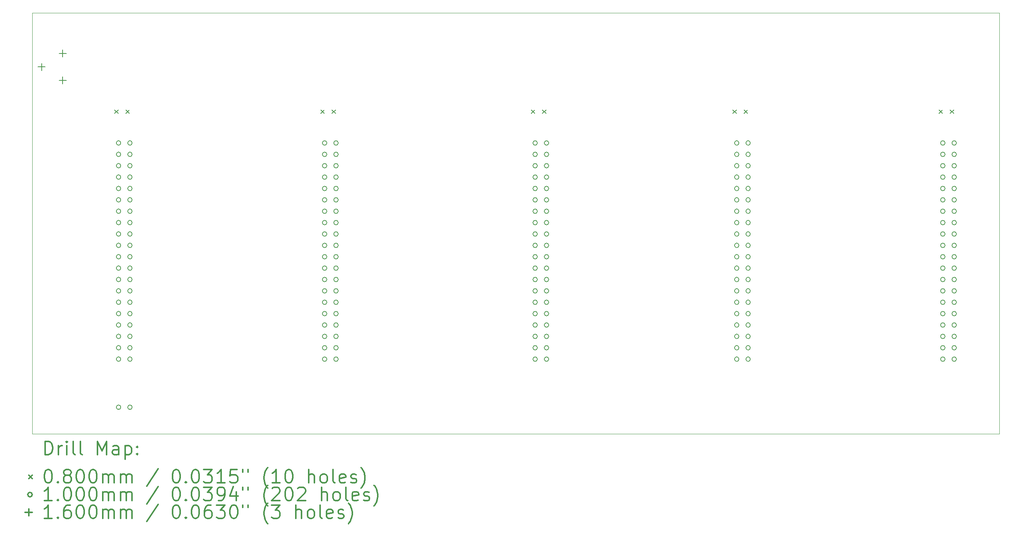
<source format=gbr>
%FSLAX45Y45*%
G04 Gerber Fmt 4.5, Leading zero omitted, Abs format (unit mm)*
G04 Created by KiCad (PCBNEW (5.1.12)-1) date 2022-10-05 17:51:13*
%MOMM*%
%LPD*%
G01*
G04 APERTURE LIST*
%TA.AperFunction,Profile*%
%ADD10C,0.050000*%
%TD*%
%ADD11C,0.200000*%
%ADD12C,0.300000*%
G04 APERTURE END LIST*
D10*
X2921000Y-12192000D02*
X2921000Y-2794000D01*
X24511000Y-12192000D02*
X2921000Y-12192000D01*
X24511000Y-2794000D02*
X24511000Y-12192000D01*
X2921000Y-2794000D02*
X24511000Y-2794000D01*
D11*
X4760000Y-4960000D02*
X4840000Y-5040000D01*
X4840000Y-4960000D02*
X4760000Y-5040000D01*
X5010000Y-4960000D02*
X5090000Y-5040000D01*
X5090000Y-4960000D02*
X5010000Y-5040000D01*
X9360000Y-4960000D02*
X9440000Y-5040000D01*
X9440000Y-4960000D02*
X9360000Y-5040000D01*
X9610000Y-4960000D02*
X9690000Y-5040000D01*
X9690000Y-4960000D02*
X9610000Y-5040000D01*
X14060000Y-4960000D02*
X14140000Y-5040000D01*
X14140000Y-4960000D02*
X14060000Y-5040000D01*
X14310000Y-4960000D02*
X14390000Y-5040000D01*
X14390000Y-4960000D02*
X14310000Y-5040000D01*
X18560000Y-4960000D02*
X18640000Y-5040000D01*
X18640000Y-4960000D02*
X18560000Y-5040000D01*
X18810000Y-4960000D02*
X18890000Y-5040000D01*
X18890000Y-4960000D02*
X18810000Y-5040000D01*
X23160000Y-4960000D02*
X23240000Y-5040000D01*
X23240000Y-4960000D02*
X23160000Y-5040000D01*
X23410000Y-4960000D02*
X23490000Y-5040000D01*
X23490000Y-4960000D02*
X23410000Y-5040000D01*
X4896000Y-5700000D02*
G75*
G03*
X4896000Y-5700000I-50000J0D01*
G01*
X4896000Y-5954000D02*
G75*
G03*
X4896000Y-5954000I-50000J0D01*
G01*
X4896000Y-6208000D02*
G75*
G03*
X4896000Y-6208000I-50000J0D01*
G01*
X4896000Y-6462000D02*
G75*
G03*
X4896000Y-6462000I-50000J0D01*
G01*
X4896000Y-6716000D02*
G75*
G03*
X4896000Y-6716000I-50000J0D01*
G01*
X4896000Y-6970000D02*
G75*
G03*
X4896000Y-6970000I-50000J0D01*
G01*
X4896000Y-7224000D02*
G75*
G03*
X4896000Y-7224000I-50000J0D01*
G01*
X4896000Y-7478000D02*
G75*
G03*
X4896000Y-7478000I-50000J0D01*
G01*
X4896000Y-7732000D02*
G75*
G03*
X4896000Y-7732000I-50000J0D01*
G01*
X4896000Y-7986000D02*
G75*
G03*
X4896000Y-7986000I-50000J0D01*
G01*
X4896000Y-8240000D02*
G75*
G03*
X4896000Y-8240000I-50000J0D01*
G01*
X4896000Y-8494000D02*
G75*
G03*
X4896000Y-8494000I-50000J0D01*
G01*
X4896000Y-8748000D02*
G75*
G03*
X4896000Y-8748000I-50000J0D01*
G01*
X4896000Y-9002000D02*
G75*
G03*
X4896000Y-9002000I-50000J0D01*
G01*
X4896000Y-9256000D02*
G75*
G03*
X4896000Y-9256000I-50000J0D01*
G01*
X4896000Y-9510000D02*
G75*
G03*
X4896000Y-9510000I-50000J0D01*
G01*
X4896000Y-9764000D02*
G75*
G03*
X4896000Y-9764000I-50000J0D01*
G01*
X4896000Y-10018000D02*
G75*
G03*
X4896000Y-10018000I-50000J0D01*
G01*
X4896000Y-10272000D02*
G75*
G03*
X4896000Y-10272000I-50000J0D01*
G01*
X4896000Y-10526000D02*
G75*
G03*
X4896000Y-10526000I-50000J0D01*
G01*
X4896000Y-11600000D02*
G75*
G03*
X4896000Y-11600000I-50000J0D01*
G01*
X5150000Y-5700000D02*
G75*
G03*
X5150000Y-5700000I-50000J0D01*
G01*
X5150000Y-5954000D02*
G75*
G03*
X5150000Y-5954000I-50000J0D01*
G01*
X5150000Y-6208000D02*
G75*
G03*
X5150000Y-6208000I-50000J0D01*
G01*
X5150000Y-6462000D02*
G75*
G03*
X5150000Y-6462000I-50000J0D01*
G01*
X5150000Y-6716000D02*
G75*
G03*
X5150000Y-6716000I-50000J0D01*
G01*
X5150000Y-6970000D02*
G75*
G03*
X5150000Y-6970000I-50000J0D01*
G01*
X5150000Y-7224000D02*
G75*
G03*
X5150000Y-7224000I-50000J0D01*
G01*
X5150000Y-7478000D02*
G75*
G03*
X5150000Y-7478000I-50000J0D01*
G01*
X5150000Y-7732000D02*
G75*
G03*
X5150000Y-7732000I-50000J0D01*
G01*
X5150000Y-7986000D02*
G75*
G03*
X5150000Y-7986000I-50000J0D01*
G01*
X5150000Y-8240000D02*
G75*
G03*
X5150000Y-8240000I-50000J0D01*
G01*
X5150000Y-8494000D02*
G75*
G03*
X5150000Y-8494000I-50000J0D01*
G01*
X5150000Y-8748000D02*
G75*
G03*
X5150000Y-8748000I-50000J0D01*
G01*
X5150000Y-9002000D02*
G75*
G03*
X5150000Y-9002000I-50000J0D01*
G01*
X5150000Y-9256000D02*
G75*
G03*
X5150000Y-9256000I-50000J0D01*
G01*
X5150000Y-9510000D02*
G75*
G03*
X5150000Y-9510000I-50000J0D01*
G01*
X5150000Y-9764000D02*
G75*
G03*
X5150000Y-9764000I-50000J0D01*
G01*
X5150000Y-10018000D02*
G75*
G03*
X5150000Y-10018000I-50000J0D01*
G01*
X5150000Y-10272000D02*
G75*
G03*
X5150000Y-10272000I-50000J0D01*
G01*
X5150000Y-10526000D02*
G75*
G03*
X5150000Y-10526000I-50000J0D01*
G01*
X5150000Y-11600000D02*
G75*
G03*
X5150000Y-11600000I-50000J0D01*
G01*
X9496000Y-5700000D02*
G75*
G03*
X9496000Y-5700000I-50000J0D01*
G01*
X9496000Y-5954000D02*
G75*
G03*
X9496000Y-5954000I-50000J0D01*
G01*
X9496000Y-6208000D02*
G75*
G03*
X9496000Y-6208000I-50000J0D01*
G01*
X9496000Y-6462000D02*
G75*
G03*
X9496000Y-6462000I-50000J0D01*
G01*
X9496000Y-6716000D02*
G75*
G03*
X9496000Y-6716000I-50000J0D01*
G01*
X9496000Y-6970000D02*
G75*
G03*
X9496000Y-6970000I-50000J0D01*
G01*
X9496000Y-7224000D02*
G75*
G03*
X9496000Y-7224000I-50000J0D01*
G01*
X9496000Y-7478000D02*
G75*
G03*
X9496000Y-7478000I-50000J0D01*
G01*
X9496000Y-7732000D02*
G75*
G03*
X9496000Y-7732000I-50000J0D01*
G01*
X9496000Y-7986000D02*
G75*
G03*
X9496000Y-7986000I-50000J0D01*
G01*
X9496000Y-8240000D02*
G75*
G03*
X9496000Y-8240000I-50000J0D01*
G01*
X9496000Y-8494000D02*
G75*
G03*
X9496000Y-8494000I-50000J0D01*
G01*
X9496000Y-8748000D02*
G75*
G03*
X9496000Y-8748000I-50000J0D01*
G01*
X9496000Y-9002000D02*
G75*
G03*
X9496000Y-9002000I-50000J0D01*
G01*
X9496000Y-9256000D02*
G75*
G03*
X9496000Y-9256000I-50000J0D01*
G01*
X9496000Y-9510000D02*
G75*
G03*
X9496000Y-9510000I-50000J0D01*
G01*
X9496000Y-9764000D02*
G75*
G03*
X9496000Y-9764000I-50000J0D01*
G01*
X9496000Y-10018000D02*
G75*
G03*
X9496000Y-10018000I-50000J0D01*
G01*
X9496000Y-10272000D02*
G75*
G03*
X9496000Y-10272000I-50000J0D01*
G01*
X9496000Y-10526000D02*
G75*
G03*
X9496000Y-10526000I-50000J0D01*
G01*
X9750000Y-5700000D02*
G75*
G03*
X9750000Y-5700000I-50000J0D01*
G01*
X9750000Y-5954000D02*
G75*
G03*
X9750000Y-5954000I-50000J0D01*
G01*
X9750000Y-6208000D02*
G75*
G03*
X9750000Y-6208000I-50000J0D01*
G01*
X9750000Y-6462000D02*
G75*
G03*
X9750000Y-6462000I-50000J0D01*
G01*
X9750000Y-6716000D02*
G75*
G03*
X9750000Y-6716000I-50000J0D01*
G01*
X9750000Y-6970000D02*
G75*
G03*
X9750000Y-6970000I-50000J0D01*
G01*
X9750000Y-7224000D02*
G75*
G03*
X9750000Y-7224000I-50000J0D01*
G01*
X9750000Y-7478000D02*
G75*
G03*
X9750000Y-7478000I-50000J0D01*
G01*
X9750000Y-7732000D02*
G75*
G03*
X9750000Y-7732000I-50000J0D01*
G01*
X9750000Y-7986000D02*
G75*
G03*
X9750000Y-7986000I-50000J0D01*
G01*
X9750000Y-8240000D02*
G75*
G03*
X9750000Y-8240000I-50000J0D01*
G01*
X9750000Y-8494000D02*
G75*
G03*
X9750000Y-8494000I-50000J0D01*
G01*
X9750000Y-8748000D02*
G75*
G03*
X9750000Y-8748000I-50000J0D01*
G01*
X9750000Y-9002000D02*
G75*
G03*
X9750000Y-9002000I-50000J0D01*
G01*
X9750000Y-9256000D02*
G75*
G03*
X9750000Y-9256000I-50000J0D01*
G01*
X9750000Y-9510000D02*
G75*
G03*
X9750000Y-9510000I-50000J0D01*
G01*
X9750000Y-9764000D02*
G75*
G03*
X9750000Y-9764000I-50000J0D01*
G01*
X9750000Y-10018000D02*
G75*
G03*
X9750000Y-10018000I-50000J0D01*
G01*
X9750000Y-10272000D02*
G75*
G03*
X9750000Y-10272000I-50000J0D01*
G01*
X9750000Y-10526000D02*
G75*
G03*
X9750000Y-10526000I-50000J0D01*
G01*
X14196000Y-5700000D02*
G75*
G03*
X14196000Y-5700000I-50000J0D01*
G01*
X14196000Y-5954000D02*
G75*
G03*
X14196000Y-5954000I-50000J0D01*
G01*
X14196000Y-6208000D02*
G75*
G03*
X14196000Y-6208000I-50000J0D01*
G01*
X14196000Y-6462000D02*
G75*
G03*
X14196000Y-6462000I-50000J0D01*
G01*
X14196000Y-6716000D02*
G75*
G03*
X14196000Y-6716000I-50000J0D01*
G01*
X14196000Y-6970000D02*
G75*
G03*
X14196000Y-6970000I-50000J0D01*
G01*
X14196000Y-7224000D02*
G75*
G03*
X14196000Y-7224000I-50000J0D01*
G01*
X14196000Y-7478000D02*
G75*
G03*
X14196000Y-7478000I-50000J0D01*
G01*
X14196000Y-7732000D02*
G75*
G03*
X14196000Y-7732000I-50000J0D01*
G01*
X14196000Y-7986000D02*
G75*
G03*
X14196000Y-7986000I-50000J0D01*
G01*
X14196000Y-8240000D02*
G75*
G03*
X14196000Y-8240000I-50000J0D01*
G01*
X14196000Y-8494000D02*
G75*
G03*
X14196000Y-8494000I-50000J0D01*
G01*
X14196000Y-8748000D02*
G75*
G03*
X14196000Y-8748000I-50000J0D01*
G01*
X14196000Y-9002000D02*
G75*
G03*
X14196000Y-9002000I-50000J0D01*
G01*
X14196000Y-9256000D02*
G75*
G03*
X14196000Y-9256000I-50000J0D01*
G01*
X14196000Y-9510000D02*
G75*
G03*
X14196000Y-9510000I-50000J0D01*
G01*
X14196000Y-9764000D02*
G75*
G03*
X14196000Y-9764000I-50000J0D01*
G01*
X14196000Y-10018000D02*
G75*
G03*
X14196000Y-10018000I-50000J0D01*
G01*
X14196000Y-10272000D02*
G75*
G03*
X14196000Y-10272000I-50000J0D01*
G01*
X14196000Y-10526000D02*
G75*
G03*
X14196000Y-10526000I-50000J0D01*
G01*
X14450000Y-5700000D02*
G75*
G03*
X14450000Y-5700000I-50000J0D01*
G01*
X14450000Y-5954000D02*
G75*
G03*
X14450000Y-5954000I-50000J0D01*
G01*
X14450000Y-6208000D02*
G75*
G03*
X14450000Y-6208000I-50000J0D01*
G01*
X14450000Y-6462000D02*
G75*
G03*
X14450000Y-6462000I-50000J0D01*
G01*
X14450000Y-6716000D02*
G75*
G03*
X14450000Y-6716000I-50000J0D01*
G01*
X14450000Y-6970000D02*
G75*
G03*
X14450000Y-6970000I-50000J0D01*
G01*
X14450000Y-7224000D02*
G75*
G03*
X14450000Y-7224000I-50000J0D01*
G01*
X14450000Y-7478000D02*
G75*
G03*
X14450000Y-7478000I-50000J0D01*
G01*
X14450000Y-7732000D02*
G75*
G03*
X14450000Y-7732000I-50000J0D01*
G01*
X14450000Y-7986000D02*
G75*
G03*
X14450000Y-7986000I-50000J0D01*
G01*
X14450000Y-8240000D02*
G75*
G03*
X14450000Y-8240000I-50000J0D01*
G01*
X14450000Y-8494000D02*
G75*
G03*
X14450000Y-8494000I-50000J0D01*
G01*
X14450000Y-8748000D02*
G75*
G03*
X14450000Y-8748000I-50000J0D01*
G01*
X14450000Y-9002000D02*
G75*
G03*
X14450000Y-9002000I-50000J0D01*
G01*
X14450000Y-9256000D02*
G75*
G03*
X14450000Y-9256000I-50000J0D01*
G01*
X14450000Y-9510000D02*
G75*
G03*
X14450000Y-9510000I-50000J0D01*
G01*
X14450000Y-9764000D02*
G75*
G03*
X14450000Y-9764000I-50000J0D01*
G01*
X14450000Y-10018000D02*
G75*
G03*
X14450000Y-10018000I-50000J0D01*
G01*
X14450000Y-10272000D02*
G75*
G03*
X14450000Y-10272000I-50000J0D01*
G01*
X14450000Y-10526000D02*
G75*
G03*
X14450000Y-10526000I-50000J0D01*
G01*
X18696000Y-5700000D02*
G75*
G03*
X18696000Y-5700000I-50000J0D01*
G01*
X18696000Y-5954000D02*
G75*
G03*
X18696000Y-5954000I-50000J0D01*
G01*
X18696000Y-6208000D02*
G75*
G03*
X18696000Y-6208000I-50000J0D01*
G01*
X18696000Y-6462000D02*
G75*
G03*
X18696000Y-6462000I-50000J0D01*
G01*
X18696000Y-6716000D02*
G75*
G03*
X18696000Y-6716000I-50000J0D01*
G01*
X18696000Y-6970000D02*
G75*
G03*
X18696000Y-6970000I-50000J0D01*
G01*
X18696000Y-7224000D02*
G75*
G03*
X18696000Y-7224000I-50000J0D01*
G01*
X18696000Y-7478000D02*
G75*
G03*
X18696000Y-7478000I-50000J0D01*
G01*
X18696000Y-7732000D02*
G75*
G03*
X18696000Y-7732000I-50000J0D01*
G01*
X18696000Y-7986000D02*
G75*
G03*
X18696000Y-7986000I-50000J0D01*
G01*
X18696000Y-8240000D02*
G75*
G03*
X18696000Y-8240000I-50000J0D01*
G01*
X18696000Y-8494000D02*
G75*
G03*
X18696000Y-8494000I-50000J0D01*
G01*
X18696000Y-8748000D02*
G75*
G03*
X18696000Y-8748000I-50000J0D01*
G01*
X18696000Y-9002000D02*
G75*
G03*
X18696000Y-9002000I-50000J0D01*
G01*
X18696000Y-9256000D02*
G75*
G03*
X18696000Y-9256000I-50000J0D01*
G01*
X18696000Y-9510000D02*
G75*
G03*
X18696000Y-9510000I-50000J0D01*
G01*
X18696000Y-9764000D02*
G75*
G03*
X18696000Y-9764000I-50000J0D01*
G01*
X18696000Y-10018000D02*
G75*
G03*
X18696000Y-10018000I-50000J0D01*
G01*
X18696000Y-10272000D02*
G75*
G03*
X18696000Y-10272000I-50000J0D01*
G01*
X18696000Y-10526000D02*
G75*
G03*
X18696000Y-10526000I-50000J0D01*
G01*
X18950000Y-5700000D02*
G75*
G03*
X18950000Y-5700000I-50000J0D01*
G01*
X18950000Y-5954000D02*
G75*
G03*
X18950000Y-5954000I-50000J0D01*
G01*
X18950000Y-6208000D02*
G75*
G03*
X18950000Y-6208000I-50000J0D01*
G01*
X18950000Y-6462000D02*
G75*
G03*
X18950000Y-6462000I-50000J0D01*
G01*
X18950000Y-6716000D02*
G75*
G03*
X18950000Y-6716000I-50000J0D01*
G01*
X18950000Y-6970000D02*
G75*
G03*
X18950000Y-6970000I-50000J0D01*
G01*
X18950000Y-7224000D02*
G75*
G03*
X18950000Y-7224000I-50000J0D01*
G01*
X18950000Y-7478000D02*
G75*
G03*
X18950000Y-7478000I-50000J0D01*
G01*
X18950000Y-7732000D02*
G75*
G03*
X18950000Y-7732000I-50000J0D01*
G01*
X18950000Y-7986000D02*
G75*
G03*
X18950000Y-7986000I-50000J0D01*
G01*
X18950000Y-8240000D02*
G75*
G03*
X18950000Y-8240000I-50000J0D01*
G01*
X18950000Y-8494000D02*
G75*
G03*
X18950000Y-8494000I-50000J0D01*
G01*
X18950000Y-8748000D02*
G75*
G03*
X18950000Y-8748000I-50000J0D01*
G01*
X18950000Y-9002000D02*
G75*
G03*
X18950000Y-9002000I-50000J0D01*
G01*
X18950000Y-9256000D02*
G75*
G03*
X18950000Y-9256000I-50000J0D01*
G01*
X18950000Y-9510000D02*
G75*
G03*
X18950000Y-9510000I-50000J0D01*
G01*
X18950000Y-9764000D02*
G75*
G03*
X18950000Y-9764000I-50000J0D01*
G01*
X18950000Y-10018000D02*
G75*
G03*
X18950000Y-10018000I-50000J0D01*
G01*
X18950000Y-10272000D02*
G75*
G03*
X18950000Y-10272000I-50000J0D01*
G01*
X18950000Y-10526000D02*
G75*
G03*
X18950000Y-10526000I-50000J0D01*
G01*
X23296000Y-5700000D02*
G75*
G03*
X23296000Y-5700000I-50000J0D01*
G01*
X23296000Y-5954000D02*
G75*
G03*
X23296000Y-5954000I-50000J0D01*
G01*
X23296000Y-6208000D02*
G75*
G03*
X23296000Y-6208000I-50000J0D01*
G01*
X23296000Y-6462000D02*
G75*
G03*
X23296000Y-6462000I-50000J0D01*
G01*
X23296000Y-6716000D02*
G75*
G03*
X23296000Y-6716000I-50000J0D01*
G01*
X23296000Y-6970000D02*
G75*
G03*
X23296000Y-6970000I-50000J0D01*
G01*
X23296000Y-7224000D02*
G75*
G03*
X23296000Y-7224000I-50000J0D01*
G01*
X23296000Y-7478000D02*
G75*
G03*
X23296000Y-7478000I-50000J0D01*
G01*
X23296000Y-7732000D02*
G75*
G03*
X23296000Y-7732000I-50000J0D01*
G01*
X23296000Y-7986000D02*
G75*
G03*
X23296000Y-7986000I-50000J0D01*
G01*
X23296000Y-8240000D02*
G75*
G03*
X23296000Y-8240000I-50000J0D01*
G01*
X23296000Y-8494000D02*
G75*
G03*
X23296000Y-8494000I-50000J0D01*
G01*
X23296000Y-8748000D02*
G75*
G03*
X23296000Y-8748000I-50000J0D01*
G01*
X23296000Y-9002000D02*
G75*
G03*
X23296000Y-9002000I-50000J0D01*
G01*
X23296000Y-9256000D02*
G75*
G03*
X23296000Y-9256000I-50000J0D01*
G01*
X23296000Y-9510000D02*
G75*
G03*
X23296000Y-9510000I-50000J0D01*
G01*
X23296000Y-9764000D02*
G75*
G03*
X23296000Y-9764000I-50000J0D01*
G01*
X23296000Y-10018000D02*
G75*
G03*
X23296000Y-10018000I-50000J0D01*
G01*
X23296000Y-10272000D02*
G75*
G03*
X23296000Y-10272000I-50000J0D01*
G01*
X23296000Y-10526000D02*
G75*
G03*
X23296000Y-10526000I-50000J0D01*
G01*
X23550000Y-5700000D02*
G75*
G03*
X23550000Y-5700000I-50000J0D01*
G01*
X23550000Y-5954000D02*
G75*
G03*
X23550000Y-5954000I-50000J0D01*
G01*
X23550000Y-6208000D02*
G75*
G03*
X23550000Y-6208000I-50000J0D01*
G01*
X23550000Y-6462000D02*
G75*
G03*
X23550000Y-6462000I-50000J0D01*
G01*
X23550000Y-6716000D02*
G75*
G03*
X23550000Y-6716000I-50000J0D01*
G01*
X23550000Y-6970000D02*
G75*
G03*
X23550000Y-6970000I-50000J0D01*
G01*
X23550000Y-7224000D02*
G75*
G03*
X23550000Y-7224000I-50000J0D01*
G01*
X23550000Y-7478000D02*
G75*
G03*
X23550000Y-7478000I-50000J0D01*
G01*
X23550000Y-7732000D02*
G75*
G03*
X23550000Y-7732000I-50000J0D01*
G01*
X23550000Y-7986000D02*
G75*
G03*
X23550000Y-7986000I-50000J0D01*
G01*
X23550000Y-8240000D02*
G75*
G03*
X23550000Y-8240000I-50000J0D01*
G01*
X23550000Y-8494000D02*
G75*
G03*
X23550000Y-8494000I-50000J0D01*
G01*
X23550000Y-8748000D02*
G75*
G03*
X23550000Y-8748000I-50000J0D01*
G01*
X23550000Y-9002000D02*
G75*
G03*
X23550000Y-9002000I-50000J0D01*
G01*
X23550000Y-9256000D02*
G75*
G03*
X23550000Y-9256000I-50000J0D01*
G01*
X23550000Y-9510000D02*
G75*
G03*
X23550000Y-9510000I-50000J0D01*
G01*
X23550000Y-9764000D02*
G75*
G03*
X23550000Y-9764000I-50000J0D01*
G01*
X23550000Y-10018000D02*
G75*
G03*
X23550000Y-10018000I-50000J0D01*
G01*
X23550000Y-10272000D02*
G75*
G03*
X23550000Y-10272000I-50000J0D01*
G01*
X23550000Y-10526000D02*
G75*
G03*
X23550000Y-10526000I-50000J0D01*
G01*
X3130000Y-3920000D02*
X3130000Y-4080000D01*
X3050000Y-4000000D02*
X3210000Y-4000000D01*
X3600000Y-3620000D02*
X3600000Y-3780000D01*
X3520000Y-3700000D02*
X3680000Y-3700000D01*
X3600000Y-4220000D02*
X3600000Y-4380000D01*
X3520000Y-4300000D02*
X3680000Y-4300000D01*
D12*
X3204928Y-12660214D02*
X3204928Y-12360214D01*
X3276357Y-12360214D01*
X3319214Y-12374500D01*
X3347786Y-12403071D01*
X3362071Y-12431643D01*
X3376357Y-12488786D01*
X3376357Y-12531643D01*
X3362071Y-12588786D01*
X3347786Y-12617357D01*
X3319214Y-12645929D01*
X3276357Y-12660214D01*
X3204928Y-12660214D01*
X3504928Y-12660214D02*
X3504928Y-12460214D01*
X3504928Y-12517357D02*
X3519214Y-12488786D01*
X3533500Y-12474500D01*
X3562071Y-12460214D01*
X3590643Y-12460214D01*
X3690643Y-12660214D02*
X3690643Y-12460214D01*
X3690643Y-12360214D02*
X3676357Y-12374500D01*
X3690643Y-12388786D01*
X3704928Y-12374500D01*
X3690643Y-12360214D01*
X3690643Y-12388786D01*
X3876357Y-12660214D02*
X3847786Y-12645929D01*
X3833500Y-12617357D01*
X3833500Y-12360214D01*
X4033500Y-12660214D02*
X4004928Y-12645929D01*
X3990643Y-12617357D01*
X3990643Y-12360214D01*
X4376357Y-12660214D02*
X4376357Y-12360214D01*
X4476357Y-12574500D01*
X4576357Y-12360214D01*
X4576357Y-12660214D01*
X4847786Y-12660214D02*
X4847786Y-12503071D01*
X4833500Y-12474500D01*
X4804928Y-12460214D01*
X4747786Y-12460214D01*
X4719214Y-12474500D01*
X4847786Y-12645929D02*
X4819214Y-12660214D01*
X4747786Y-12660214D01*
X4719214Y-12645929D01*
X4704928Y-12617357D01*
X4704928Y-12588786D01*
X4719214Y-12560214D01*
X4747786Y-12545929D01*
X4819214Y-12545929D01*
X4847786Y-12531643D01*
X4990643Y-12460214D02*
X4990643Y-12760214D01*
X4990643Y-12474500D02*
X5019214Y-12460214D01*
X5076357Y-12460214D01*
X5104928Y-12474500D01*
X5119214Y-12488786D01*
X5133500Y-12517357D01*
X5133500Y-12603071D01*
X5119214Y-12631643D01*
X5104928Y-12645929D01*
X5076357Y-12660214D01*
X5019214Y-12660214D01*
X4990643Y-12645929D01*
X5262071Y-12631643D02*
X5276357Y-12645929D01*
X5262071Y-12660214D01*
X5247786Y-12645929D01*
X5262071Y-12631643D01*
X5262071Y-12660214D01*
X5262071Y-12474500D02*
X5276357Y-12488786D01*
X5262071Y-12503071D01*
X5247786Y-12488786D01*
X5262071Y-12474500D01*
X5262071Y-12503071D01*
X2838500Y-13114500D02*
X2918500Y-13194500D01*
X2918500Y-13114500D02*
X2838500Y-13194500D01*
X3262071Y-12990214D02*
X3290643Y-12990214D01*
X3319214Y-13004500D01*
X3333500Y-13018786D01*
X3347786Y-13047357D01*
X3362071Y-13104500D01*
X3362071Y-13175929D01*
X3347786Y-13233071D01*
X3333500Y-13261643D01*
X3319214Y-13275929D01*
X3290643Y-13290214D01*
X3262071Y-13290214D01*
X3233500Y-13275929D01*
X3219214Y-13261643D01*
X3204928Y-13233071D01*
X3190643Y-13175929D01*
X3190643Y-13104500D01*
X3204928Y-13047357D01*
X3219214Y-13018786D01*
X3233500Y-13004500D01*
X3262071Y-12990214D01*
X3490643Y-13261643D02*
X3504928Y-13275929D01*
X3490643Y-13290214D01*
X3476357Y-13275929D01*
X3490643Y-13261643D01*
X3490643Y-13290214D01*
X3676357Y-13118786D02*
X3647786Y-13104500D01*
X3633500Y-13090214D01*
X3619214Y-13061643D01*
X3619214Y-13047357D01*
X3633500Y-13018786D01*
X3647786Y-13004500D01*
X3676357Y-12990214D01*
X3733500Y-12990214D01*
X3762071Y-13004500D01*
X3776357Y-13018786D01*
X3790643Y-13047357D01*
X3790643Y-13061643D01*
X3776357Y-13090214D01*
X3762071Y-13104500D01*
X3733500Y-13118786D01*
X3676357Y-13118786D01*
X3647786Y-13133071D01*
X3633500Y-13147357D01*
X3619214Y-13175929D01*
X3619214Y-13233071D01*
X3633500Y-13261643D01*
X3647786Y-13275929D01*
X3676357Y-13290214D01*
X3733500Y-13290214D01*
X3762071Y-13275929D01*
X3776357Y-13261643D01*
X3790643Y-13233071D01*
X3790643Y-13175929D01*
X3776357Y-13147357D01*
X3762071Y-13133071D01*
X3733500Y-13118786D01*
X3976357Y-12990214D02*
X4004928Y-12990214D01*
X4033500Y-13004500D01*
X4047786Y-13018786D01*
X4062071Y-13047357D01*
X4076357Y-13104500D01*
X4076357Y-13175929D01*
X4062071Y-13233071D01*
X4047786Y-13261643D01*
X4033500Y-13275929D01*
X4004928Y-13290214D01*
X3976357Y-13290214D01*
X3947786Y-13275929D01*
X3933500Y-13261643D01*
X3919214Y-13233071D01*
X3904928Y-13175929D01*
X3904928Y-13104500D01*
X3919214Y-13047357D01*
X3933500Y-13018786D01*
X3947786Y-13004500D01*
X3976357Y-12990214D01*
X4262071Y-12990214D02*
X4290643Y-12990214D01*
X4319214Y-13004500D01*
X4333500Y-13018786D01*
X4347786Y-13047357D01*
X4362071Y-13104500D01*
X4362071Y-13175929D01*
X4347786Y-13233071D01*
X4333500Y-13261643D01*
X4319214Y-13275929D01*
X4290643Y-13290214D01*
X4262071Y-13290214D01*
X4233500Y-13275929D01*
X4219214Y-13261643D01*
X4204928Y-13233071D01*
X4190643Y-13175929D01*
X4190643Y-13104500D01*
X4204928Y-13047357D01*
X4219214Y-13018786D01*
X4233500Y-13004500D01*
X4262071Y-12990214D01*
X4490643Y-13290214D02*
X4490643Y-13090214D01*
X4490643Y-13118786D02*
X4504928Y-13104500D01*
X4533500Y-13090214D01*
X4576357Y-13090214D01*
X4604928Y-13104500D01*
X4619214Y-13133071D01*
X4619214Y-13290214D01*
X4619214Y-13133071D02*
X4633500Y-13104500D01*
X4662071Y-13090214D01*
X4704928Y-13090214D01*
X4733500Y-13104500D01*
X4747786Y-13133071D01*
X4747786Y-13290214D01*
X4890643Y-13290214D02*
X4890643Y-13090214D01*
X4890643Y-13118786D02*
X4904928Y-13104500D01*
X4933500Y-13090214D01*
X4976357Y-13090214D01*
X5004928Y-13104500D01*
X5019214Y-13133071D01*
X5019214Y-13290214D01*
X5019214Y-13133071D02*
X5033500Y-13104500D01*
X5062071Y-13090214D01*
X5104928Y-13090214D01*
X5133500Y-13104500D01*
X5147786Y-13133071D01*
X5147786Y-13290214D01*
X5733500Y-12975929D02*
X5476357Y-13361643D01*
X6119214Y-12990214D02*
X6147786Y-12990214D01*
X6176357Y-13004500D01*
X6190643Y-13018786D01*
X6204928Y-13047357D01*
X6219214Y-13104500D01*
X6219214Y-13175929D01*
X6204928Y-13233071D01*
X6190643Y-13261643D01*
X6176357Y-13275929D01*
X6147786Y-13290214D01*
X6119214Y-13290214D01*
X6090643Y-13275929D01*
X6076357Y-13261643D01*
X6062071Y-13233071D01*
X6047786Y-13175929D01*
X6047786Y-13104500D01*
X6062071Y-13047357D01*
X6076357Y-13018786D01*
X6090643Y-13004500D01*
X6119214Y-12990214D01*
X6347786Y-13261643D02*
X6362071Y-13275929D01*
X6347786Y-13290214D01*
X6333500Y-13275929D01*
X6347786Y-13261643D01*
X6347786Y-13290214D01*
X6547786Y-12990214D02*
X6576357Y-12990214D01*
X6604928Y-13004500D01*
X6619214Y-13018786D01*
X6633500Y-13047357D01*
X6647786Y-13104500D01*
X6647786Y-13175929D01*
X6633500Y-13233071D01*
X6619214Y-13261643D01*
X6604928Y-13275929D01*
X6576357Y-13290214D01*
X6547786Y-13290214D01*
X6519214Y-13275929D01*
X6504928Y-13261643D01*
X6490643Y-13233071D01*
X6476357Y-13175929D01*
X6476357Y-13104500D01*
X6490643Y-13047357D01*
X6504928Y-13018786D01*
X6519214Y-13004500D01*
X6547786Y-12990214D01*
X6747786Y-12990214D02*
X6933500Y-12990214D01*
X6833500Y-13104500D01*
X6876357Y-13104500D01*
X6904928Y-13118786D01*
X6919214Y-13133071D01*
X6933500Y-13161643D01*
X6933500Y-13233071D01*
X6919214Y-13261643D01*
X6904928Y-13275929D01*
X6876357Y-13290214D01*
X6790643Y-13290214D01*
X6762071Y-13275929D01*
X6747786Y-13261643D01*
X7219214Y-13290214D02*
X7047786Y-13290214D01*
X7133500Y-13290214D02*
X7133500Y-12990214D01*
X7104928Y-13033071D01*
X7076357Y-13061643D01*
X7047786Y-13075929D01*
X7490643Y-12990214D02*
X7347786Y-12990214D01*
X7333500Y-13133071D01*
X7347786Y-13118786D01*
X7376357Y-13104500D01*
X7447786Y-13104500D01*
X7476357Y-13118786D01*
X7490643Y-13133071D01*
X7504928Y-13161643D01*
X7504928Y-13233071D01*
X7490643Y-13261643D01*
X7476357Y-13275929D01*
X7447786Y-13290214D01*
X7376357Y-13290214D01*
X7347786Y-13275929D01*
X7333500Y-13261643D01*
X7619214Y-12990214D02*
X7619214Y-13047357D01*
X7733500Y-12990214D02*
X7733500Y-13047357D01*
X8176357Y-13404500D02*
X8162071Y-13390214D01*
X8133500Y-13347357D01*
X8119214Y-13318786D01*
X8104928Y-13275929D01*
X8090643Y-13204500D01*
X8090643Y-13147357D01*
X8104928Y-13075929D01*
X8119214Y-13033071D01*
X8133500Y-13004500D01*
X8162071Y-12961643D01*
X8176357Y-12947357D01*
X8447786Y-13290214D02*
X8276357Y-13290214D01*
X8362071Y-13290214D02*
X8362071Y-12990214D01*
X8333500Y-13033071D01*
X8304928Y-13061643D01*
X8276357Y-13075929D01*
X8633500Y-12990214D02*
X8662071Y-12990214D01*
X8690643Y-13004500D01*
X8704928Y-13018786D01*
X8719214Y-13047357D01*
X8733500Y-13104500D01*
X8733500Y-13175929D01*
X8719214Y-13233071D01*
X8704928Y-13261643D01*
X8690643Y-13275929D01*
X8662071Y-13290214D01*
X8633500Y-13290214D01*
X8604928Y-13275929D01*
X8590643Y-13261643D01*
X8576357Y-13233071D01*
X8562071Y-13175929D01*
X8562071Y-13104500D01*
X8576357Y-13047357D01*
X8590643Y-13018786D01*
X8604928Y-13004500D01*
X8633500Y-12990214D01*
X9090643Y-13290214D02*
X9090643Y-12990214D01*
X9219214Y-13290214D02*
X9219214Y-13133071D01*
X9204928Y-13104500D01*
X9176357Y-13090214D01*
X9133500Y-13090214D01*
X9104928Y-13104500D01*
X9090643Y-13118786D01*
X9404928Y-13290214D02*
X9376357Y-13275929D01*
X9362071Y-13261643D01*
X9347786Y-13233071D01*
X9347786Y-13147357D01*
X9362071Y-13118786D01*
X9376357Y-13104500D01*
X9404928Y-13090214D01*
X9447786Y-13090214D01*
X9476357Y-13104500D01*
X9490643Y-13118786D01*
X9504928Y-13147357D01*
X9504928Y-13233071D01*
X9490643Y-13261643D01*
X9476357Y-13275929D01*
X9447786Y-13290214D01*
X9404928Y-13290214D01*
X9676357Y-13290214D02*
X9647786Y-13275929D01*
X9633500Y-13247357D01*
X9633500Y-12990214D01*
X9904928Y-13275929D02*
X9876357Y-13290214D01*
X9819214Y-13290214D01*
X9790643Y-13275929D01*
X9776357Y-13247357D01*
X9776357Y-13133071D01*
X9790643Y-13104500D01*
X9819214Y-13090214D01*
X9876357Y-13090214D01*
X9904928Y-13104500D01*
X9919214Y-13133071D01*
X9919214Y-13161643D01*
X9776357Y-13190214D01*
X10033500Y-13275929D02*
X10062071Y-13290214D01*
X10119214Y-13290214D01*
X10147786Y-13275929D01*
X10162071Y-13247357D01*
X10162071Y-13233071D01*
X10147786Y-13204500D01*
X10119214Y-13190214D01*
X10076357Y-13190214D01*
X10047786Y-13175929D01*
X10033500Y-13147357D01*
X10033500Y-13133071D01*
X10047786Y-13104500D01*
X10076357Y-13090214D01*
X10119214Y-13090214D01*
X10147786Y-13104500D01*
X10262071Y-13404500D02*
X10276357Y-13390214D01*
X10304928Y-13347357D01*
X10319214Y-13318786D01*
X10333500Y-13275929D01*
X10347786Y-13204500D01*
X10347786Y-13147357D01*
X10333500Y-13075929D01*
X10319214Y-13033071D01*
X10304928Y-13004500D01*
X10276357Y-12961643D01*
X10262071Y-12947357D01*
X2918500Y-13550500D02*
G75*
G03*
X2918500Y-13550500I-50000J0D01*
G01*
X3362071Y-13686214D02*
X3190643Y-13686214D01*
X3276357Y-13686214D02*
X3276357Y-13386214D01*
X3247786Y-13429071D01*
X3219214Y-13457643D01*
X3190643Y-13471929D01*
X3490643Y-13657643D02*
X3504928Y-13671929D01*
X3490643Y-13686214D01*
X3476357Y-13671929D01*
X3490643Y-13657643D01*
X3490643Y-13686214D01*
X3690643Y-13386214D02*
X3719214Y-13386214D01*
X3747786Y-13400500D01*
X3762071Y-13414786D01*
X3776357Y-13443357D01*
X3790643Y-13500500D01*
X3790643Y-13571929D01*
X3776357Y-13629071D01*
X3762071Y-13657643D01*
X3747786Y-13671929D01*
X3719214Y-13686214D01*
X3690643Y-13686214D01*
X3662071Y-13671929D01*
X3647786Y-13657643D01*
X3633500Y-13629071D01*
X3619214Y-13571929D01*
X3619214Y-13500500D01*
X3633500Y-13443357D01*
X3647786Y-13414786D01*
X3662071Y-13400500D01*
X3690643Y-13386214D01*
X3976357Y-13386214D02*
X4004928Y-13386214D01*
X4033500Y-13400500D01*
X4047786Y-13414786D01*
X4062071Y-13443357D01*
X4076357Y-13500500D01*
X4076357Y-13571929D01*
X4062071Y-13629071D01*
X4047786Y-13657643D01*
X4033500Y-13671929D01*
X4004928Y-13686214D01*
X3976357Y-13686214D01*
X3947786Y-13671929D01*
X3933500Y-13657643D01*
X3919214Y-13629071D01*
X3904928Y-13571929D01*
X3904928Y-13500500D01*
X3919214Y-13443357D01*
X3933500Y-13414786D01*
X3947786Y-13400500D01*
X3976357Y-13386214D01*
X4262071Y-13386214D02*
X4290643Y-13386214D01*
X4319214Y-13400500D01*
X4333500Y-13414786D01*
X4347786Y-13443357D01*
X4362071Y-13500500D01*
X4362071Y-13571929D01*
X4347786Y-13629071D01*
X4333500Y-13657643D01*
X4319214Y-13671929D01*
X4290643Y-13686214D01*
X4262071Y-13686214D01*
X4233500Y-13671929D01*
X4219214Y-13657643D01*
X4204928Y-13629071D01*
X4190643Y-13571929D01*
X4190643Y-13500500D01*
X4204928Y-13443357D01*
X4219214Y-13414786D01*
X4233500Y-13400500D01*
X4262071Y-13386214D01*
X4490643Y-13686214D02*
X4490643Y-13486214D01*
X4490643Y-13514786D02*
X4504928Y-13500500D01*
X4533500Y-13486214D01*
X4576357Y-13486214D01*
X4604928Y-13500500D01*
X4619214Y-13529071D01*
X4619214Y-13686214D01*
X4619214Y-13529071D02*
X4633500Y-13500500D01*
X4662071Y-13486214D01*
X4704928Y-13486214D01*
X4733500Y-13500500D01*
X4747786Y-13529071D01*
X4747786Y-13686214D01*
X4890643Y-13686214D02*
X4890643Y-13486214D01*
X4890643Y-13514786D02*
X4904928Y-13500500D01*
X4933500Y-13486214D01*
X4976357Y-13486214D01*
X5004928Y-13500500D01*
X5019214Y-13529071D01*
X5019214Y-13686214D01*
X5019214Y-13529071D02*
X5033500Y-13500500D01*
X5062071Y-13486214D01*
X5104928Y-13486214D01*
X5133500Y-13500500D01*
X5147786Y-13529071D01*
X5147786Y-13686214D01*
X5733500Y-13371929D02*
X5476357Y-13757643D01*
X6119214Y-13386214D02*
X6147786Y-13386214D01*
X6176357Y-13400500D01*
X6190643Y-13414786D01*
X6204928Y-13443357D01*
X6219214Y-13500500D01*
X6219214Y-13571929D01*
X6204928Y-13629071D01*
X6190643Y-13657643D01*
X6176357Y-13671929D01*
X6147786Y-13686214D01*
X6119214Y-13686214D01*
X6090643Y-13671929D01*
X6076357Y-13657643D01*
X6062071Y-13629071D01*
X6047786Y-13571929D01*
X6047786Y-13500500D01*
X6062071Y-13443357D01*
X6076357Y-13414786D01*
X6090643Y-13400500D01*
X6119214Y-13386214D01*
X6347786Y-13657643D02*
X6362071Y-13671929D01*
X6347786Y-13686214D01*
X6333500Y-13671929D01*
X6347786Y-13657643D01*
X6347786Y-13686214D01*
X6547786Y-13386214D02*
X6576357Y-13386214D01*
X6604928Y-13400500D01*
X6619214Y-13414786D01*
X6633500Y-13443357D01*
X6647786Y-13500500D01*
X6647786Y-13571929D01*
X6633500Y-13629071D01*
X6619214Y-13657643D01*
X6604928Y-13671929D01*
X6576357Y-13686214D01*
X6547786Y-13686214D01*
X6519214Y-13671929D01*
X6504928Y-13657643D01*
X6490643Y-13629071D01*
X6476357Y-13571929D01*
X6476357Y-13500500D01*
X6490643Y-13443357D01*
X6504928Y-13414786D01*
X6519214Y-13400500D01*
X6547786Y-13386214D01*
X6747786Y-13386214D02*
X6933500Y-13386214D01*
X6833500Y-13500500D01*
X6876357Y-13500500D01*
X6904928Y-13514786D01*
X6919214Y-13529071D01*
X6933500Y-13557643D01*
X6933500Y-13629071D01*
X6919214Y-13657643D01*
X6904928Y-13671929D01*
X6876357Y-13686214D01*
X6790643Y-13686214D01*
X6762071Y-13671929D01*
X6747786Y-13657643D01*
X7076357Y-13686214D02*
X7133500Y-13686214D01*
X7162071Y-13671929D01*
X7176357Y-13657643D01*
X7204928Y-13614786D01*
X7219214Y-13557643D01*
X7219214Y-13443357D01*
X7204928Y-13414786D01*
X7190643Y-13400500D01*
X7162071Y-13386214D01*
X7104928Y-13386214D01*
X7076357Y-13400500D01*
X7062071Y-13414786D01*
X7047786Y-13443357D01*
X7047786Y-13514786D01*
X7062071Y-13543357D01*
X7076357Y-13557643D01*
X7104928Y-13571929D01*
X7162071Y-13571929D01*
X7190643Y-13557643D01*
X7204928Y-13543357D01*
X7219214Y-13514786D01*
X7476357Y-13486214D02*
X7476357Y-13686214D01*
X7404928Y-13371929D02*
X7333500Y-13586214D01*
X7519214Y-13586214D01*
X7619214Y-13386214D02*
X7619214Y-13443357D01*
X7733500Y-13386214D02*
X7733500Y-13443357D01*
X8176357Y-13800500D02*
X8162071Y-13786214D01*
X8133500Y-13743357D01*
X8119214Y-13714786D01*
X8104928Y-13671929D01*
X8090643Y-13600500D01*
X8090643Y-13543357D01*
X8104928Y-13471929D01*
X8119214Y-13429071D01*
X8133500Y-13400500D01*
X8162071Y-13357643D01*
X8176357Y-13343357D01*
X8276357Y-13414786D02*
X8290643Y-13400500D01*
X8319214Y-13386214D01*
X8390643Y-13386214D01*
X8419214Y-13400500D01*
X8433500Y-13414786D01*
X8447786Y-13443357D01*
X8447786Y-13471929D01*
X8433500Y-13514786D01*
X8262071Y-13686214D01*
X8447786Y-13686214D01*
X8633500Y-13386214D02*
X8662071Y-13386214D01*
X8690643Y-13400500D01*
X8704928Y-13414786D01*
X8719214Y-13443357D01*
X8733500Y-13500500D01*
X8733500Y-13571929D01*
X8719214Y-13629071D01*
X8704928Y-13657643D01*
X8690643Y-13671929D01*
X8662071Y-13686214D01*
X8633500Y-13686214D01*
X8604928Y-13671929D01*
X8590643Y-13657643D01*
X8576357Y-13629071D01*
X8562071Y-13571929D01*
X8562071Y-13500500D01*
X8576357Y-13443357D01*
X8590643Y-13414786D01*
X8604928Y-13400500D01*
X8633500Y-13386214D01*
X8847786Y-13414786D02*
X8862071Y-13400500D01*
X8890643Y-13386214D01*
X8962071Y-13386214D01*
X8990643Y-13400500D01*
X9004928Y-13414786D01*
X9019214Y-13443357D01*
X9019214Y-13471929D01*
X9004928Y-13514786D01*
X8833500Y-13686214D01*
X9019214Y-13686214D01*
X9376357Y-13686214D02*
X9376357Y-13386214D01*
X9504928Y-13686214D02*
X9504928Y-13529071D01*
X9490643Y-13500500D01*
X9462071Y-13486214D01*
X9419214Y-13486214D01*
X9390643Y-13500500D01*
X9376357Y-13514786D01*
X9690643Y-13686214D02*
X9662071Y-13671929D01*
X9647786Y-13657643D01*
X9633500Y-13629071D01*
X9633500Y-13543357D01*
X9647786Y-13514786D01*
X9662071Y-13500500D01*
X9690643Y-13486214D01*
X9733500Y-13486214D01*
X9762071Y-13500500D01*
X9776357Y-13514786D01*
X9790643Y-13543357D01*
X9790643Y-13629071D01*
X9776357Y-13657643D01*
X9762071Y-13671929D01*
X9733500Y-13686214D01*
X9690643Y-13686214D01*
X9962071Y-13686214D02*
X9933500Y-13671929D01*
X9919214Y-13643357D01*
X9919214Y-13386214D01*
X10190643Y-13671929D02*
X10162071Y-13686214D01*
X10104928Y-13686214D01*
X10076357Y-13671929D01*
X10062071Y-13643357D01*
X10062071Y-13529071D01*
X10076357Y-13500500D01*
X10104928Y-13486214D01*
X10162071Y-13486214D01*
X10190643Y-13500500D01*
X10204928Y-13529071D01*
X10204928Y-13557643D01*
X10062071Y-13586214D01*
X10319214Y-13671929D02*
X10347786Y-13686214D01*
X10404928Y-13686214D01*
X10433500Y-13671929D01*
X10447786Y-13643357D01*
X10447786Y-13629071D01*
X10433500Y-13600500D01*
X10404928Y-13586214D01*
X10362071Y-13586214D01*
X10333500Y-13571929D01*
X10319214Y-13543357D01*
X10319214Y-13529071D01*
X10333500Y-13500500D01*
X10362071Y-13486214D01*
X10404928Y-13486214D01*
X10433500Y-13500500D01*
X10547786Y-13800500D02*
X10562071Y-13786214D01*
X10590643Y-13743357D01*
X10604928Y-13714786D01*
X10619214Y-13671929D01*
X10633500Y-13600500D01*
X10633500Y-13543357D01*
X10619214Y-13471929D01*
X10604928Y-13429071D01*
X10590643Y-13400500D01*
X10562071Y-13357643D01*
X10547786Y-13343357D01*
X2838500Y-13866500D02*
X2838500Y-14026500D01*
X2758500Y-13946500D02*
X2918500Y-13946500D01*
X3362071Y-14082214D02*
X3190643Y-14082214D01*
X3276357Y-14082214D02*
X3276357Y-13782214D01*
X3247786Y-13825071D01*
X3219214Y-13853643D01*
X3190643Y-13867929D01*
X3490643Y-14053643D02*
X3504928Y-14067929D01*
X3490643Y-14082214D01*
X3476357Y-14067929D01*
X3490643Y-14053643D01*
X3490643Y-14082214D01*
X3762071Y-13782214D02*
X3704928Y-13782214D01*
X3676357Y-13796500D01*
X3662071Y-13810786D01*
X3633500Y-13853643D01*
X3619214Y-13910786D01*
X3619214Y-14025071D01*
X3633500Y-14053643D01*
X3647786Y-14067929D01*
X3676357Y-14082214D01*
X3733500Y-14082214D01*
X3762071Y-14067929D01*
X3776357Y-14053643D01*
X3790643Y-14025071D01*
X3790643Y-13953643D01*
X3776357Y-13925071D01*
X3762071Y-13910786D01*
X3733500Y-13896500D01*
X3676357Y-13896500D01*
X3647786Y-13910786D01*
X3633500Y-13925071D01*
X3619214Y-13953643D01*
X3976357Y-13782214D02*
X4004928Y-13782214D01*
X4033500Y-13796500D01*
X4047786Y-13810786D01*
X4062071Y-13839357D01*
X4076357Y-13896500D01*
X4076357Y-13967929D01*
X4062071Y-14025071D01*
X4047786Y-14053643D01*
X4033500Y-14067929D01*
X4004928Y-14082214D01*
X3976357Y-14082214D01*
X3947786Y-14067929D01*
X3933500Y-14053643D01*
X3919214Y-14025071D01*
X3904928Y-13967929D01*
X3904928Y-13896500D01*
X3919214Y-13839357D01*
X3933500Y-13810786D01*
X3947786Y-13796500D01*
X3976357Y-13782214D01*
X4262071Y-13782214D02*
X4290643Y-13782214D01*
X4319214Y-13796500D01*
X4333500Y-13810786D01*
X4347786Y-13839357D01*
X4362071Y-13896500D01*
X4362071Y-13967929D01*
X4347786Y-14025071D01*
X4333500Y-14053643D01*
X4319214Y-14067929D01*
X4290643Y-14082214D01*
X4262071Y-14082214D01*
X4233500Y-14067929D01*
X4219214Y-14053643D01*
X4204928Y-14025071D01*
X4190643Y-13967929D01*
X4190643Y-13896500D01*
X4204928Y-13839357D01*
X4219214Y-13810786D01*
X4233500Y-13796500D01*
X4262071Y-13782214D01*
X4490643Y-14082214D02*
X4490643Y-13882214D01*
X4490643Y-13910786D02*
X4504928Y-13896500D01*
X4533500Y-13882214D01*
X4576357Y-13882214D01*
X4604928Y-13896500D01*
X4619214Y-13925071D01*
X4619214Y-14082214D01*
X4619214Y-13925071D02*
X4633500Y-13896500D01*
X4662071Y-13882214D01*
X4704928Y-13882214D01*
X4733500Y-13896500D01*
X4747786Y-13925071D01*
X4747786Y-14082214D01*
X4890643Y-14082214D02*
X4890643Y-13882214D01*
X4890643Y-13910786D02*
X4904928Y-13896500D01*
X4933500Y-13882214D01*
X4976357Y-13882214D01*
X5004928Y-13896500D01*
X5019214Y-13925071D01*
X5019214Y-14082214D01*
X5019214Y-13925071D02*
X5033500Y-13896500D01*
X5062071Y-13882214D01*
X5104928Y-13882214D01*
X5133500Y-13896500D01*
X5147786Y-13925071D01*
X5147786Y-14082214D01*
X5733500Y-13767929D02*
X5476357Y-14153643D01*
X6119214Y-13782214D02*
X6147786Y-13782214D01*
X6176357Y-13796500D01*
X6190643Y-13810786D01*
X6204928Y-13839357D01*
X6219214Y-13896500D01*
X6219214Y-13967929D01*
X6204928Y-14025071D01*
X6190643Y-14053643D01*
X6176357Y-14067929D01*
X6147786Y-14082214D01*
X6119214Y-14082214D01*
X6090643Y-14067929D01*
X6076357Y-14053643D01*
X6062071Y-14025071D01*
X6047786Y-13967929D01*
X6047786Y-13896500D01*
X6062071Y-13839357D01*
X6076357Y-13810786D01*
X6090643Y-13796500D01*
X6119214Y-13782214D01*
X6347786Y-14053643D02*
X6362071Y-14067929D01*
X6347786Y-14082214D01*
X6333500Y-14067929D01*
X6347786Y-14053643D01*
X6347786Y-14082214D01*
X6547786Y-13782214D02*
X6576357Y-13782214D01*
X6604928Y-13796500D01*
X6619214Y-13810786D01*
X6633500Y-13839357D01*
X6647786Y-13896500D01*
X6647786Y-13967929D01*
X6633500Y-14025071D01*
X6619214Y-14053643D01*
X6604928Y-14067929D01*
X6576357Y-14082214D01*
X6547786Y-14082214D01*
X6519214Y-14067929D01*
X6504928Y-14053643D01*
X6490643Y-14025071D01*
X6476357Y-13967929D01*
X6476357Y-13896500D01*
X6490643Y-13839357D01*
X6504928Y-13810786D01*
X6519214Y-13796500D01*
X6547786Y-13782214D01*
X6904928Y-13782214D02*
X6847786Y-13782214D01*
X6819214Y-13796500D01*
X6804928Y-13810786D01*
X6776357Y-13853643D01*
X6762071Y-13910786D01*
X6762071Y-14025071D01*
X6776357Y-14053643D01*
X6790643Y-14067929D01*
X6819214Y-14082214D01*
X6876357Y-14082214D01*
X6904928Y-14067929D01*
X6919214Y-14053643D01*
X6933500Y-14025071D01*
X6933500Y-13953643D01*
X6919214Y-13925071D01*
X6904928Y-13910786D01*
X6876357Y-13896500D01*
X6819214Y-13896500D01*
X6790643Y-13910786D01*
X6776357Y-13925071D01*
X6762071Y-13953643D01*
X7033500Y-13782214D02*
X7219214Y-13782214D01*
X7119214Y-13896500D01*
X7162071Y-13896500D01*
X7190643Y-13910786D01*
X7204928Y-13925071D01*
X7219214Y-13953643D01*
X7219214Y-14025071D01*
X7204928Y-14053643D01*
X7190643Y-14067929D01*
X7162071Y-14082214D01*
X7076357Y-14082214D01*
X7047786Y-14067929D01*
X7033500Y-14053643D01*
X7404928Y-13782214D02*
X7433500Y-13782214D01*
X7462071Y-13796500D01*
X7476357Y-13810786D01*
X7490643Y-13839357D01*
X7504928Y-13896500D01*
X7504928Y-13967929D01*
X7490643Y-14025071D01*
X7476357Y-14053643D01*
X7462071Y-14067929D01*
X7433500Y-14082214D01*
X7404928Y-14082214D01*
X7376357Y-14067929D01*
X7362071Y-14053643D01*
X7347786Y-14025071D01*
X7333500Y-13967929D01*
X7333500Y-13896500D01*
X7347786Y-13839357D01*
X7362071Y-13810786D01*
X7376357Y-13796500D01*
X7404928Y-13782214D01*
X7619214Y-13782214D02*
X7619214Y-13839357D01*
X7733500Y-13782214D02*
X7733500Y-13839357D01*
X8176357Y-14196500D02*
X8162071Y-14182214D01*
X8133500Y-14139357D01*
X8119214Y-14110786D01*
X8104928Y-14067929D01*
X8090643Y-13996500D01*
X8090643Y-13939357D01*
X8104928Y-13867929D01*
X8119214Y-13825071D01*
X8133500Y-13796500D01*
X8162071Y-13753643D01*
X8176357Y-13739357D01*
X8262071Y-13782214D02*
X8447786Y-13782214D01*
X8347786Y-13896500D01*
X8390643Y-13896500D01*
X8419214Y-13910786D01*
X8433500Y-13925071D01*
X8447786Y-13953643D01*
X8447786Y-14025071D01*
X8433500Y-14053643D01*
X8419214Y-14067929D01*
X8390643Y-14082214D01*
X8304928Y-14082214D01*
X8276357Y-14067929D01*
X8262071Y-14053643D01*
X8804928Y-14082214D02*
X8804928Y-13782214D01*
X8933500Y-14082214D02*
X8933500Y-13925071D01*
X8919214Y-13896500D01*
X8890643Y-13882214D01*
X8847786Y-13882214D01*
X8819214Y-13896500D01*
X8804928Y-13910786D01*
X9119214Y-14082214D02*
X9090643Y-14067929D01*
X9076357Y-14053643D01*
X9062071Y-14025071D01*
X9062071Y-13939357D01*
X9076357Y-13910786D01*
X9090643Y-13896500D01*
X9119214Y-13882214D01*
X9162071Y-13882214D01*
X9190643Y-13896500D01*
X9204928Y-13910786D01*
X9219214Y-13939357D01*
X9219214Y-14025071D01*
X9204928Y-14053643D01*
X9190643Y-14067929D01*
X9162071Y-14082214D01*
X9119214Y-14082214D01*
X9390643Y-14082214D02*
X9362071Y-14067929D01*
X9347786Y-14039357D01*
X9347786Y-13782214D01*
X9619214Y-14067929D02*
X9590643Y-14082214D01*
X9533500Y-14082214D01*
X9504928Y-14067929D01*
X9490643Y-14039357D01*
X9490643Y-13925071D01*
X9504928Y-13896500D01*
X9533500Y-13882214D01*
X9590643Y-13882214D01*
X9619214Y-13896500D01*
X9633500Y-13925071D01*
X9633500Y-13953643D01*
X9490643Y-13982214D01*
X9747786Y-14067929D02*
X9776357Y-14082214D01*
X9833500Y-14082214D01*
X9862071Y-14067929D01*
X9876357Y-14039357D01*
X9876357Y-14025071D01*
X9862071Y-13996500D01*
X9833500Y-13982214D01*
X9790643Y-13982214D01*
X9762071Y-13967929D01*
X9747786Y-13939357D01*
X9747786Y-13925071D01*
X9762071Y-13896500D01*
X9790643Y-13882214D01*
X9833500Y-13882214D01*
X9862071Y-13896500D01*
X9976357Y-14196500D02*
X9990643Y-14182214D01*
X10019214Y-14139357D01*
X10033500Y-14110786D01*
X10047786Y-14067929D01*
X10062071Y-13996500D01*
X10062071Y-13939357D01*
X10047786Y-13867929D01*
X10033500Y-13825071D01*
X10019214Y-13796500D01*
X9990643Y-13753643D01*
X9976357Y-13739357D01*
M02*

</source>
